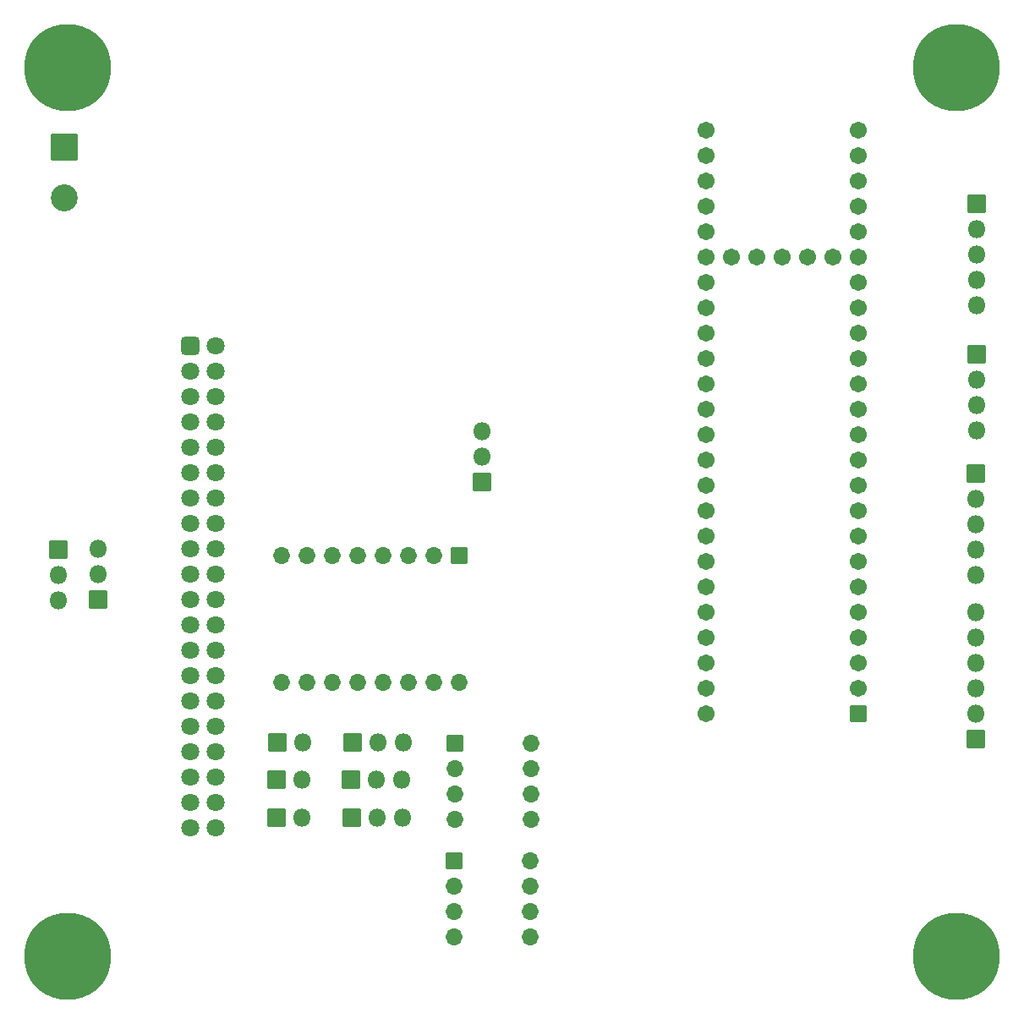
<source format=gbs>
G04 #@! TF.GenerationSoftware,KiCad,Pcbnew,(6.0.10)*
G04 #@! TF.CreationDate,2023-01-06T16:52:41+01:00*
G04 #@! TF.ProjectId,perfectV2.1v0,70657266-6563-4745-9632-2e3176302e6b,5*
G04 #@! TF.SameCoordinates,Original*
G04 #@! TF.FileFunction,Soldermask,Bot*
G04 #@! TF.FilePolarity,Negative*
%FSLAX46Y46*%
G04 Gerber Fmt 4.6, Leading zero omitted, Abs format (unit mm)*
G04 Created by KiCad (PCBNEW (6.0.10)) date 2023-01-06 16:52:41*
%MOMM*%
%LPD*%
G01*
G04 APERTURE LIST*
G04 Aperture macros list*
%AMRoundRect*
0 Rectangle with rounded corners*
0 $1 Rounding radius*
0 $2 $3 $4 $5 $6 $7 $8 $9 X,Y pos of 4 corners*
0 Add a 4 corners polygon primitive as box body*
4,1,4,$2,$3,$4,$5,$6,$7,$8,$9,$2,$3,0*
0 Add four circle primitives for the rounded corners*
1,1,$1+$1,$2,$3*
1,1,$1+$1,$4,$5*
1,1,$1+$1,$6,$7*
1,1,$1+$1,$8,$9*
0 Add four rect primitives between the rounded corners*
20,1,$1+$1,$2,$3,$4,$5,0*
20,1,$1+$1,$4,$5,$6,$7,0*
20,1,$1+$1,$6,$7,$8,$9,0*
20,1,$1+$1,$8,$9,$2,$3,0*%
G04 Aperture macros list end*
%ADD10O,1.702000X1.702000*%
%ADD11RoundRect,0.051000X-0.800000X0.800000X-0.800000X-0.800000X0.800000X-0.800000X0.800000X0.800000X0*%
%ADD12C,1.802000*%
%ADD13RoundRect,0.301000X-0.600000X-0.600000X0.600000X-0.600000X0.600000X0.600000X-0.600000X0.600000X0*%
%ADD14RoundRect,0.051000X0.850000X-0.850000X0.850000X0.850000X-0.850000X0.850000X-0.850000X-0.850000X0*%
%ADD15O,1.802000X1.802000*%
%ADD16RoundRect,0.051000X0.800000X-0.800000X0.800000X0.800000X-0.800000X0.800000X-0.800000X-0.800000X0*%
%ADD17C,1.702000*%
%ADD18RoundRect,0.051000X-1.300000X1.300000X-1.300000X-1.300000X1.300000X-1.300000X1.300000X1.300000X0*%
%ADD19C,2.702000*%
%ADD20RoundRect,0.051000X0.850000X0.850000X-0.850000X0.850000X-0.850000X-0.850000X0.850000X-0.850000X0*%
%ADD21RoundRect,0.051000X-0.800000X-0.800000X0.800000X-0.800000X0.800000X0.800000X-0.800000X0.800000X0*%
%ADD22C,8.702000*%
%ADD23C,0.103000*%
%ADD24RoundRect,0.051000X-0.850000X-0.850000X0.850000X-0.850000X0.850000X0.850000X-0.850000X0.850000X0*%
G04 APERTURE END LIST*
D10*
X92140000Y-143860000D03*
X89600000Y-143860000D03*
X87060000Y-143860000D03*
X84520000Y-143860000D03*
X81980000Y-143860000D03*
X79440000Y-143860000D03*
X76900000Y-143860000D03*
X74360000Y-143860000D03*
X74360000Y-131160000D03*
X76900000Y-131160000D03*
X79440000Y-131160000D03*
X81980000Y-131160000D03*
X84520000Y-131160000D03*
X87060000Y-131160000D03*
X89600000Y-131160000D03*
D11*
X92140000Y-131160000D03*
D12*
X67787500Y-158380000D03*
X65247500Y-158380000D03*
X67787500Y-155840000D03*
X65247500Y-155840000D03*
X67787500Y-153300000D03*
X65247500Y-153300000D03*
X67787500Y-150760000D03*
X65247500Y-150760000D03*
X67787500Y-148220000D03*
X65247500Y-148220000D03*
X67787500Y-145680000D03*
X65247500Y-145680000D03*
X67787500Y-143140000D03*
X65247500Y-143140000D03*
X67787500Y-140600000D03*
X65247500Y-140600000D03*
X67787500Y-138060000D03*
X65247500Y-138060000D03*
X67787500Y-135520000D03*
X65247500Y-135520000D03*
X67787500Y-132980000D03*
X65247500Y-132980000D03*
X67787500Y-130440000D03*
X65247500Y-130440000D03*
X67787500Y-127900000D03*
X65247500Y-127900000D03*
X67787500Y-125360000D03*
X65247500Y-125360000D03*
X67787500Y-122820000D03*
X65247500Y-122820000D03*
X67787500Y-120280000D03*
X65247500Y-120280000D03*
X67787500Y-117740000D03*
X65247500Y-117740000D03*
X67787500Y-115200000D03*
X65247500Y-115200000D03*
X67787500Y-112660000D03*
X65247500Y-112660000D03*
X67787500Y-110120000D03*
D13*
X65247500Y-110120000D03*
D14*
X81475000Y-149850000D03*
D15*
X84015000Y-149850000D03*
X86555000Y-149850000D03*
D16*
X132120000Y-146975000D03*
D17*
X132120000Y-144435000D03*
X132120000Y-141895000D03*
X132120000Y-139355000D03*
X132120000Y-136815000D03*
X132120000Y-134275000D03*
X132120000Y-131735000D03*
X132120000Y-129195000D03*
X132120000Y-126655000D03*
X132120000Y-124115000D03*
X132120000Y-121575000D03*
X132120000Y-119035000D03*
X132120000Y-116495000D03*
X132120000Y-113955000D03*
X132120000Y-111415000D03*
X132120000Y-108875000D03*
X132120000Y-106335000D03*
X132120000Y-103795000D03*
X132120000Y-101255000D03*
X132120000Y-98715000D03*
X132120000Y-96175000D03*
X132120000Y-93635000D03*
X132120000Y-91095000D03*
X132120000Y-88555000D03*
X116880000Y-88555000D03*
X116880000Y-91095000D03*
X116880000Y-93635000D03*
X116880000Y-96175000D03*
X116880000Y-98715000D03*
X116880000Y-101255000D03*
X116880000Y-103795000D03*
X116880000Y-106335000D03*
X116880000Y-108875000D03*
X116880000Y-111415000D03*
X116880000Y-113955000D03*
X116880000Y-116495000D03*
X116880000Y-119035000D03*
X116880000Y-121575000D03*
X116880000Y-124115000D03*
X116880000Y-126655000D03*
X116880000Y-129195000D03*
X116880000Y-131735000D03*
X116880000Y-134275000D03*
X116880000Y-136815000D03*
X116880000Y-139355000D03*
X116880000Y-141895000D03*
X116880000Y-144435000D03*
X116880000Y-146975000D03*
X129580000Y-101255000D03*
X127040000Y-101255000D03*
X124500000Y-101255000D03*
X121960000Y-101255000D03*
X119420000Y-101255000D03*
D14*
X73920000Y-153600000D03*
D15*
X76460000Y-153600000D03*
D18*
X52645000Y-90250000D03*
D19*
X52645000Y-95330000D03*
D20*
X143900000Y-149550000D03*
D15*
X143900000Y-147010000D03*
X143900000Y-144470000D03*
X143900000Y-141930000D03*
X143900000Y-139390000D03*
X143900000Y-136850000D03*
D14*
X73915000Y-157350000D03*
D15*
X76455000Y-157350000D03*
D21*
X91750000Y-149950000D03*
D10*
X91750000Y-152490000D03*
X91750000Y-155030000D03*
X91750000Y-157570000D03*
X99370000Y-157570000D03*
X99370000Y-155030000D03*
X99370000Y-152490000D03*
X99370000Y-149950000D03*
D20*
X56000000Y-135500000D03*
D15*
X56000000Y-132960000D03*
X56000000Y-130420000D03*
D22*
X53000000Y-171250000D03*
D21*
X91650000Y-161700000D03*
D10*
X91650000Y-164240000D03*
X91650000Y-166780000D03*
X91650000Y-169320000D03*
X99270000Y-169320000D03*
X99270000Y-166780000D03*
X99270000Y-164240000D03*
X99270000Y-161700000D03*
D14*
X81365000Y-153600000D03*
D15*
X83905000Y-153600000D03*
X86445000Y-153600000D03*
D22*
X142000000Y-82250000D03*
D23*
X127500000Y-82400000D03*
X124500000Y-82400000D03*
D24*
X144000000Y-95925000D03*
D15*
X144000000Y-98465000D03*
X144000000Y-101005000D03*
X144000000Y-103545000D03*
X144000000Y-106085000D03*
D14*
X73950000Y-149850000D03*
D15*
X76490000Y-149850000D03*
D24*
X144000000Y-110960000D03*
D15*
X144000000Y-113500000D03*
X144000000Y-116040000D03*
X144000000Y-118580000D03*
D22*
X53000000Y-82250000D03*
D24*
X52025000Y-130525000D03*
D15*
X52025000Y-133065000D03*
X52025000Y-135605000D03*
D14*
X81400000Y-157350000D03*
D15*
X83940000Y-157350000D03*
X86480000Y-157350000D03*
D22*
X142000000Y-171250000D03*
D20*
X94488750Y-123780000D03*
D15*
X94488750Y-121240000D03*
X94488750Y-118700000D03*
D24*
X143900000Y-122925000D03*
D15*
X143900000Y-125465000D03*
X143900000Y-128005000D03*
X143900000Y-130545000D03*
X143900000Y-133085000D03*
M02*

</source>
